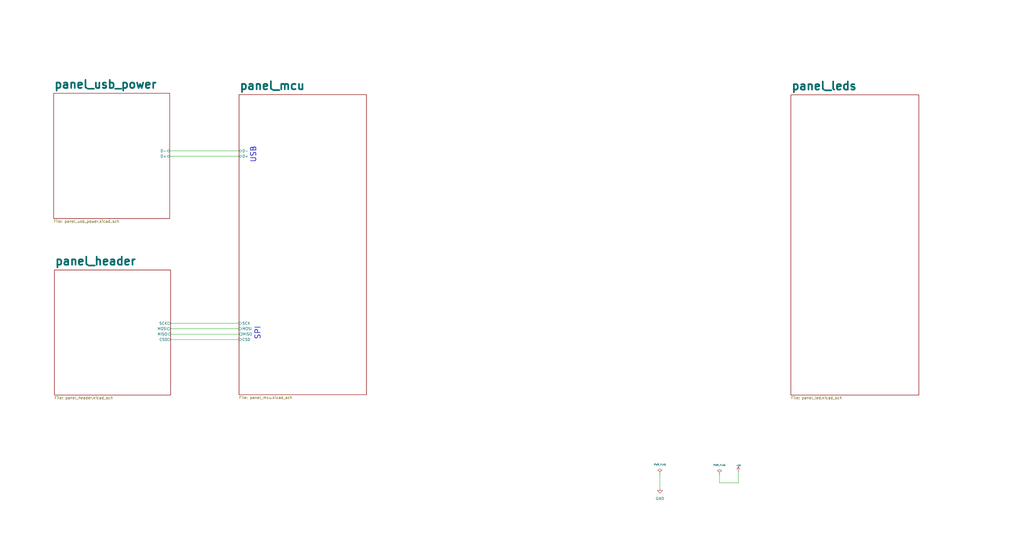
<source format=kicad_sch>
(kicad_sch (version 20250114) (generator "eeschema") (generator_version "9.0")
  (paper "User" 482.6 254)
  (title_block (date "9 may 2016"))
  (lib_symbols
    (symbol "power:+5V" (power) (pin_names (offset 0))
      (property "Value" "+5V" (at 0 3.556 0))
      (symbol "+5V_0_1"
        (polyline (pts (xy -0.762 1.27) (xy 0 2.54)))
        (polyline (pts (xy 0 2.54) (xy 0.762 1.27)))
        (polyline (pts (xy 0 0) (xy 0 2.54)))
      )
      (symbol "+5V_1_1"
        (pin power_in line (at 0 0 90) (length 0) (hide yes) (name "+5V") (number "1"))
      )
    )
    (symbol "power:GND" (power) (pin_names (offset 0))
      (property "Value" "GND" (at 0 -3.81 0))
      (symbol "GND_0_1"
        (polyline (pts (xy 0 0) (xy 0 -1.27) (xy 1.27 -1.27) (xy 0 -2.54) (xy -1.27 -1.27) (xy 0 -1.27)))
      )
      (symbol "GND_1_1"
        (pin power_in line (at 0 0 270) (length 0) (hide yes) (name "GND") (number "1"))
      )
    )
    (symbol "power:PWR_FLAG" (power) (pin_numbers (hide yes)) (pin_names (offset 0) (hide yes))
      (property "Value" "PWR_FLAG" (at 0 3.81 0))
      (symbol "PWR_FLAG_0_0"
        (pin power_out line (at 0 0 90) (length 0) (name "pwr") (number "1"))
      )
      (symbol "PWR_FLAG_0_1"
        (polyline (pts (xy 0 0) (xy 0 1.27) (xy -1.016 1.905) (xy 0 2.54) (xy 1.016 1.905) (xy 0 1.27)))
      )
    )
  )
  (text "SPI" (at 122.936 153.67 90) (effects (font (size 2.54 2.54) (thickness 0.254) (bold yes)) (justify right bottom)))
  (text "USB" (at 120.904 68.834 90) (effects (font (size 2.54 2.54) (thickness 0.254) (bold yes)) (justify right bottom)))
  (wire (pts (xy 80.01 71.12) (xy 112.649 71.12)))
  (wire (pts (xy 339.09 227.584) (xy 347.98 227.584)))
  (wire (pts (xy 80.391 157.48) (xy 112.649 157.48)))
  (wire (pts (xy 339.09 223.774) (xy 339.09 227.584)))
  (wire (pts (xy 347.98 227.584) (xy 347.98 222.504)))
  (wire (pts (xy 311.023 223.52) (xy 311.023 229.87)))
  (wire (pts (xy 80.391 154.94) (xy 112.649 154.94)))
  (wire (pts (xy 80.391 160.02) (xy 112.649 160.02)))
  (wire (pts (xy 80.01 73.66) (xy 112.649 73.66)))
  (polyline (pts (xy 372.745 185.928) (xy 372.745 186.182)))
  (wire (pts (xy 80.391 152.4) (xy 112.649 152.4)))
  (symbol (lib_id "power:PWR_FLAG") (at 311.023 223.52 0) (unit 1)
    (property "Reference" "#FLG01" (effects (hide yes)))
    (property "Value" "PWR_FLAG" (at 311.023 218.948 0) (effects (font (size 0.762 0.762))))
  )
  (symbol (lib_id "power:PWR_FLAG") (at 339.09 223.774 0) (unit 1)
    (property "Reference" "#FLG03" (effects (hide yes)))
    (property "Value" "PWR_FLAG" (at 339.09 219.202 0) (effects (font (size 0.762 0.762))))
  )
  (symbol (lib_id "power:GND") (at 311.023 229.87 0) (unit 1)
    (property "Reference" "#PWR051" (effects (hide yes)))
    (property "Value" "GND" (at 311.023 234.95 0))
  )
  (symbol (lib_id "power:+5V") (at 347.98 222.504 0) (unit 1)
    (property "Reference" "#PWR052" (effects (hide yes)))
    (property "Value" "+5V" (at 348.107 219.329 0) (effects (font (size 0.762 0.762))))
  )
  (sheet (at 25.654 127.254) (size 54.737 58.928) (stroke (width 0.1524))
    (property "Sheetname" "panel_header" (at 25.654 125.2724 0) (effects (font (size 3.81 3.81) (bold yes)) (justify left bottom)))
    (property "Sheetfile" "panel_header.kicad_sch" (at 25.654 186.7666 0) (effects (justify left top)))
    (pin "MISO" input (at 80.391 157.48 0))
    (pin "CS0" output (at 80.391 160.02 0))
    (pin "MOSI" output (at 80.391 154.94 0))
    (pin "SCK" output (at 80.391 152.4 0))
  )
  (sheet (at 372.745 44.704) (size 60.325 141.478) (stroke (width 0.1524))
    (property "Sheetname" "panel_leds" (at 372.745 42.7224 0) (effects (font (size 3.81 3.81) (bold yes)) (justify left bottom)))
    (property "Sheetfile" "panel_led.kicad_sch" (at 372.745 186.7666 0) (effects (justify left top)))
  )
  (sheet (at 112.649 44.577) (size 60.071 141.478) (stroke (width 0.1524))
    (property "Sheetname" "panel_mcu" (at 112.649 42.5954 0) (effects (font (size 3.81 3.81) (bold yes)) (justify left bottom)))
    (property "Sheetfile" "panel_mcu.kicad_sch" (at 112.649 186.6396 0) (effects (justify left top)))
    (pin "D-" bidirectional (at 112.649 71.12 180))
    (pin "D+" bidirectional (at 112.649 73.66 180))
    (pin "CS0" input (at 112.649 160.02 180))
    (pin "MOSI" input (at 112.649 154.94 180))
    (pin "MISO" output (at 112.649 157.48 180))
    (pin "SCK" input (at 112.649 152.4 180))
  )
  (sheet (at 25.273 43.942) (size 54.737 59.055) (stroke (width 0.1524))
    (property "Sheetname" "panel_usb_power" (at 25.273 41.9604 0) (effects (font (size 3.81 3.81) (bold yes)) (justify left bottom)))
    (property "Sheetfile" "panel_usb_power.kicad_sch" (at 25.273 103.5816 0) (effects (justify left top)))
    (pin "D-" bidirectional (at 80.01 71.12 0))
    (pin "D+" bidirectional (at 80.01 73.66 0))
  )
)
</source>
